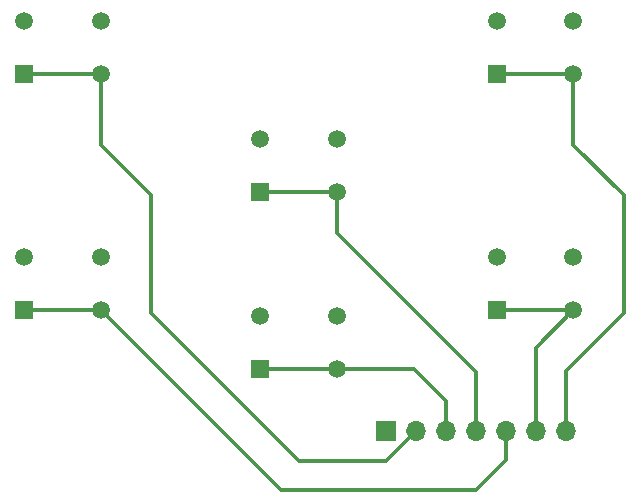
<source format=gbr>
%TF.GenerationSoftware,KiCad,Pcbnew,(6.0.9)*%
%TF.CreationDate,2023-03-01T09:46:18+01:00*%
%TF.ProjectId,input-panel,696e7075-742d-4706-916e-656c2e6b6963,rev?*%
%TF.SameCoordinates,Original*%
%TF.FileFunction,Copper,L1,Top*%
%TF.FilePolarity,Positive*%
%FSLAX46Y46*%
G04 Gerber Fmt 4.6, Leading zero omitted, Abs format (unit mm)*
G04 Created by KiCad (PCBNEW (6.0.9)) date 2023-03-01 09:46:18*
%MOMM*%
%LPD*%
G01*
G04 APERTURE LIST*
%TA.AperFunction,ComponentPad*%
%ADD10R,1.508000X1.508000*%
%TD*%
%TA.AperFunction,ComponentPad*%
%ADD11C,1.508000*%
%TD*%
%TA.AperFunction,ComponentPad*%
%ADD12O,1.700000X1.700000*%
%TD*%
%TA.AperFunction,ComponentPad*%
%ADD13R,1.700000X1.700000*%
%TD*%
%TA.AperFunction,Conductor*%
%ADD14C,0.300000*%
%TD*%
G04 APERTURE END LIST*
D10*
%TO.P,S6,1*%
%TO.N,Net-(J1-Pad7)*%
X159250000Y-84750000D03*
D11*
%TO.P,S6,2*%
X165750000Y-84750000D03*
%TO.P,S6,3*%
%TO.N,GND*%
X159250000Y-80250000D03*
%TO.P,S6,4*%
X165750000Y-80250000D03*
%TD*%
D10*
%TO.P,S5,1*%
%TO.N,Net-(J1-Pad6)*%
X159250000Y-104750000D03*
D11*
%TO.P,S5,2*%
X165750000Y-104750000D03*
%TO.P,S5,3*%
%TO.N,GND*%
X159250000Y-100250000D03*
%TO.P,S5,4*%
X165750000Y-100250000D03*
%TD*%
D10*
%TO.P,S4,1*%
%TO.N,Net-(J1-Pad5)*%
X119250000Y-104750000D03*
D11*
%TO.P,S4,2*%
X125750000Y-104750000D03*
%TO.P,S4,3*%
%TO.N,GND*%
X119250000Y-100250000D03*
%TO.P,S4,4*%
X125750000Y-100250000D03*
%TD*%
D10*
%TO.P,S3,1*%
%TO.N,Net-(J1-Pad4)*%
X139250000Y-94750000D03*
D11*
%TO.P,S3,2*%
X145750000Y-94750000D03*
%TO.P,S3,3*%
%TO.N,GND*%
X139250000Y-90250000D03*
%TO.P,S3,4*%
X145750000Y-90250000D03*
%TD*%
D10*
%TO.P,S2,1*%
%TO.N,Net-(J1-Pad3)*%
X139250000Y-109750000D03*
D11*
%TO.P,S2,2*%
X145750000Y-109750000D03*
%TO.P,S2,3*%
%TO.N,GND*%
X139250000Y-105250000D03*
%TO.P,S2,4*%
X145750000Y-105250000D03*
%TD*%
D10*
%TO.P,S1,1*%
%TO.N,Net-(J1-Pad2)*%
X119250000Y-84750000D03*
D11*
%TO.P,S1,2*%
X125750000Y-84750000D03*
%TO.P,S1,3*%
%TO.N,GND*%
X119250000Y-80250000D03*
%TO.P,S1,4*%
X125750000Y-80250000D03*
%TD*%
D12*
%TO.P,J1,7,Pin_7*%
%TO.N,Net-(J1-Pad7)*%
X165115000Y-115000000D03*
%TO.P,J1,6,Pin_6*%
%TO.N,Net-(J1-Pad6)*%
X162575000Y-115000000D03*
%TO.P,J1,5,Pin_5*%
%TO.N,Net-(J1-Pad5)*%
X160035000Y-115000000D03*
%TO.P,J1,4,Pin_4*%
%TO.N,Net-(J1-Pad4)*%
X157495000Y-115000000D03*
%TO.P,J1,3,Pin_3*%
%TO.N,Net-(J1-Pad3)*%
X154955000Y-115000000D03*
%TO.P,J1,2,Pin_2*%
%TO.N,Net-(J1-Pad2)*%
X152415000Y-115000000D03*
D13*
%TO.P,J1,1,Pin_1*%
%TO.N,GND*%
X149875000Y-115000000D03*
%TD*%
D14*
%TO.N,Net-(J1-Pad7)*%
X159250000Y-84750000D02*
X165750000Y-84750000D01*
%TO.N,Net-(J1-Pad2)*%
X119250000Y-84750000D02*
X125750000Y-84750000D01*
X142500000Y-117500000D02*
X149915000Y-117500000D01*
X130000000Y-105000000D02*
X142500000Y-117500000D01*
X130000000Y-95000000D02*
X130000000Y-105000000D01*
X149915000Y-117500000D02*
X152415000Y-115000000D01*
X125750000Y-84750000D02*
X125750000Y-90750000D01*
X125750000Y-90750000D02*
X130000000Y-95000000D01*
%TO.N,Net-(J1-Pad5)*%
X160035000Y-117465000D02*
X160035000Y-115000000D01*
X157500000Y-120000000D02*
X160035000Y-117465000D01*
X141000000Y-120000000D02*
X157500000Y-120000000D01*
X125750000Y-104750000D02*
X141000000Y-120000000D01*
X119250000Y-104750000D02*
X125750000Y-104750000D01*
%TO.N,Net-(J1-Pad3)*%
X154955000Y-115000000D02*
X154955000Y-112455000D01*
X154955000Y-112455000D02*
X152250000Y-109750000D01*
X145750000Y-109750000D02*
X152250000Y-109750000D01*
X139250000Y-109750000D02*
X145750000Y-109750000D01*
%TO.N,Net-(J1-Pad4)*%
X139250000Y-94750000D02*
X145750000Y-94750000D01*
X157495000Y-110005000D02*
X157495000Y-115000000D01*
X157500000Y-110000000D02*
X157495000Y-110005000D01*
X145750000Y-98250000D02*
X157500000Y-110000000D01*
X145750000Y-94750000D02*
X145750000Y-98250000D01*
%TO.N,Net-(J1-Pad7)*%
X165750000Y-90750000D02*
X165750000Y-84750000D01*
X165115000Y-109885000D02*
X170000000Y-105000000D01*
X170000000Y-105000000D02*
X170000000Y-95000000D01*
X165115000Y-115000000D02*
X165115000Y-109885000D01*
X170000000Y-95000000D02*
X165750000Y-90750000D01*
%TO.N,Net-(J1-Pad6)*%
X162575000Y-107925000D02*
X162575000Y-115000000D01*
X165750000Y-104750000D02*
X162575000Y-107925000D01*
X159250000Y-104750000D02*
X165750000Y-104750000D01*
%TD*%
M02*

</source>
